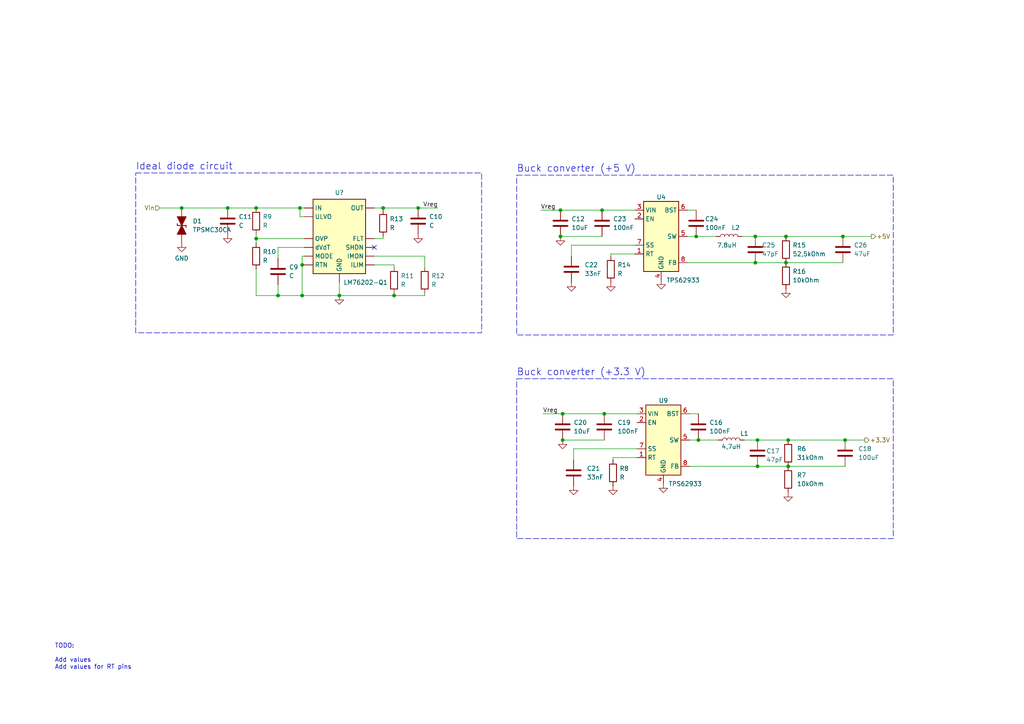
<source format=kicad_sch>
(kicad_sch (version 20230121) (generator eeschema)

  (uuid 6159aad4-3df8-4b77-bdff-c4df127c8492)

  (paper "A4")

  (lib_symbols
    (symbol "Device:C" (pin_numbers hide) (pin_names (offset 0.254)) (in_bom yes) (on_board yes)
      (property "Reference" "C" (at 0.635 2.54 0)
        (effects (font (size 1.27 1.27)) (justify left))
      )
      (property "Value" "C" (at 0.635 -2.54 0)
        (effects (font (size 1.27 1.27)) (justify left))
      )
      (property "Footprint" "" (at 0.9652 -3.81 0)
        (effects (font (size 1.27 1.27)) hide)
      )
      (property "Datasheet" "~" (at 0 0 0)
        (effects (font (size 1.27 1.27)) hide)
      )
      (property "ki_keywords" "cap capacitor" (at 0 0 0)
        (effects (font (size 1.27 1.27)) hide)
      )
      (property "ki_description" "Unpolarized capacitor" (at 0 0 0)
        (effects (font (size 1.27 1.27)) hide)
      )
      (property "ki_fp_filters" "C_*" (at 0 0 0)
        (effects (font (size 1.27 1.27)) hide)
      )
      (symbol "C_0_1"
        (polyline
          (pts
            (xy -2.032 -0.762)
            (xy 2.032 -0.762)
          )
          (stroke (width 0.508) (type default))
          (fill (type none))
        )
        (polyline
          (pts
            (xy -2.032 0.762)
            (xy 2.032 0.762)
          )
          (stroke (width 0.508) (type default))
          (fill (type none))
        )
      )
      (symbol "C_1_1"
        (pin passive line (at 0 3.81 270) (length 2.794)
          (name "~" (effects (font (size 1.27 1.27))))
          (number "1" (effects (font (size 1.27 1.27))))
        )
        (pin passive line (at 0 -3.81 90) (length 2.794)
          (name "~" (effects (font (size 1.27 1.27))))
          (number "2" (effects (font (size 1.27 1.27))))
        )
      )
    )
    (symbol "Device:L" (pin_numbers hide) (pin_names (offset 1.016) hide) (in_bom yes) (on_board yes)
      (property "Reference" "L" (at -1.27 0 90)
        (effects (font (size 1.27 1.27)))
      )
      (property "Value" "L" (at 1.905 0 90)
        (effects (font (size 1.27 1.27)))
      )
      (property "Footprint" "" (at 0 0 0)
        (effects (font (size 1.27 1.27)) hide)
      )
      (property "Datasheet" "~" (at 0 0 0)
        (effects (font (size 1.27 1.27)) hide)
      )
      (property "ki_keywords" "inductor choke coil reactor magnetic" (at 0 0 0)
        (effects (font (size 1.27 1.27)) hide)
      )
      (property "ki_description" "Inductor" (at 0 0 0)
        (effects (font (size 1.27 1.27)) hide)
      )
      (property "ki_fp_filters" "Choke_* *Coil* Inductor_* L_*" (at 0 0 0)
        (effects (font (size 1.27 1.27)) hide)
      )
      (symbol "L_0_1"
        (arc (start 0 -2.54) (mid 0.6323 -1.905) (end 0 -1.27)
          (stroke (width 0) (type default))
          (fill (type none))
        )
        (arc (start 0 -1.27) (mid 0.6323 -0.635) (end 0 0)
          (stroke (width 0) (type default))
          (fill (type none))
        )
        (arc (start 0 0) (mid 0.6323 0.635) (end 0 1.27)
          (stroke (width 0) (type default))
          (fill (type none))
        )
        (arc (start 0 1.27) (mid 0.6323 1.905) (end 0 2.54)
          (stroke (width 0) (type default))
          (fill (type none))
        )
      )
      (symbol "L_1_1"
        (pin passive line (at 0 3.81 270) (length 1.27)
          (name "1" (effects (font (size 1.27 1.27))))
          (number "1" (effects (font (size 1.27 1.27))))
        )
        (pin passive line (at 0 -3.81 90) (length 1.27)
          (name "2" (effects (font (size 1.27 1.27))))
          (number "2" (effects (font (size 1.27 1.27))))
        )
      )
    )
    (symbol "Device:R" (pin_numbers hide) (pin_names (offset 0)) (in_bom yes) (on_board yes)
      (property "Reference" "R" (at 2.032 0 90)
        (effects (font (size 1.27 1.27)))
      )
      (property "Value" "R" (at 0 0 90)
        (effects (font (size 1.27 1.27)))
      )
      (property "Footprint" "" (at -1.778 0 90)
        (effects (font (size 1.27 1.27)) hide)
      )
      (property "Datasheet" "~" (at 0 0 0)
        (effects (font (size 1.27 1.27)) hide)
      )
      (property "ki_keywords" "R res resistor" (at 0 0 0)
        (effects (font (size 1.27 1.27)) hide)
      )
      (property "ki_description" "Resistor" (at 0 0 0)
        (effects (font (size 1.27 1.27)) hide)
      )
      (property "ki_fp_filters" "R_*" (at 0 0 0)
        (effects (font (size 1.27 1.27)) hide)
      )
      (symbol "R_0_1"
        (rectangle (start -1.016 -2.54) (end 1.016 2.54)
          (stroke (width 0.254) (type default))
          (fill (type none))
        )
      )
      (symbol "R_1_1"
        (pin passive line (at 0 3.81 270) (length 1.27)
          (name "~" (effects (font (size 1.27 1.27))))
          (number "1" (effects (font (size 1.27 1.27))))
        )
        (pin passive line (at 0 -3.81 90) (length 1.27)
          (name "~" (effects (font (size 1.27 1.27))))
          (number "2" (effects (font (size 1.27 1.27))))
        )
      )
    )
    (symbol "Hydros:LM76202-Q1" (in_bom yes) (on_board yes)
      (property "Reference" "U" (at 0 1.905 0)
        (effects (font (size 1.27 1.27)))
      )
      (property "Value" "LM76202-Q1" (at 7.62 -24.13 0)
        (effects (font (size 1.27 1.27)))
      )
      (property "Footprint" "" (at 3.81 0 0)
        (effects (font (size 1.27 1.27)) hide)
      )
      (property "Datasheet" "" (at 3.81 0 0)
        (effects (font (size 1.27 1.27)) hide)
      )
      (symbol "LM76202-Q1_1_1"
        (rectangle (start -7.62 0) (end 7.62 -21.59)
          (stroke (width 0.254) (type solid))
          (fill (type background))
        )
        (pin output line (at 10.16 -11.43 180) (length 2.54)
          (name "FLT" (effects (font (size 1.27 1.27))))
          (number "" (effects (font (size 1.27 1.27))))
        )
        (pin output line (at 0 -24.13 90) (length 2.54)
          (name "GND" (effects (font (size 1.27 1.27))))
          (number "" (effects (font (size 1.27 1.27))))
        )
        (pin input line (at 10.16 -19.05 180) (length 2.54)
          (name "ILIM" (effects (font (size 1.27 1.27))))
          (number "" (effects (font (size 1.27 1.27))))
        )
        (pin output line (at 10.16 -16.51 180) (length 2.54)
          (name "IMON" (effects (font (size 1.27 1.27))))
          (number "" (effects (font (size 1.27 1.27))))
        )
        (pin power_in line (at -10.16 -2.54 0) (length 2.54)
          (name "IN" (effects (font (size 1.27 1.27))))
          (number "" (effects (font (size 1.27 1.27))))
        )
        (pin input line (at -10.16 -16.51 0) (length 2.54)
          (name "MODE" (effects (font (size 1.27 1.27))))
          (number "" (effects (font (size 1.27 1.27))))
        )
        (pin power_out line (at 10.16 -2.54 180) (length 2.54)
          (name "OUT" (effects (font (size 1.27 1.27))))
          (number "" (effects (font (size 1.27 1.27))))
        )
        (pin input line (at -10.16 -11.43 0) (length 2.54)
          (name "OVP" (effects (font (size 1.27 1.27))))
          (number "" (effects (font (size 1.27 1.27))))
        )
        (pin input line (at -10.16 -19.05 0) (length 2.54)
          (name "RTN" (effects (font (size 1.27 1.27))))
          (number "" (effects (font (size 1.27 1.27))))
        )
        (pin input line (at 10.16 -13.97 180) (length 2.54)
          (name "SHDN" (effects (font (size 1.27 1.27))))
          (number "" (effects (font (size 1.27 1.27))))
        )
        (pin input line (at -10.16 -5.08 0) (length 2.54)
          (name "ULVO" (effects (font (size 1.27 1.27))))
          (number "" (effects (font (size 1.27 1.27))))
        )
        (pin input line (at -10.16 -13.97 0) (length 2.54)
          (name "dVdT" (effects (font (size 1.27 1.27))))
          (number "" (effects (font (size 1.27 1.27))))
        )
      )
    )
    (symbol "PCM_Diode_TVS_AKL:TPSMC30CA" (pin_numbers hide) (pin_names (offset 1.016) hide) (in_bom yes) (on_board yes)
      (property "Reference" "D" (at 0 5.08 0)
        (effects (font (size 1.27 1.27)))
      )
      (property "Value" "TPSMC30CA" (at 0 2.54 0)
        (effects (font (size 1.27 1.27)))
      )
      (property "Footprint" "Diode_SMD_AKL:D_SMC_TVS" (at 0 0 0)
        (effects (font (size 1.27 1.27)) hide)
      )
      (property "Datasheet" "https://www.tme.eu/Document/fe696fca10a75ca6fef9faefe21b9450/TPSMC_ser.pdf" (at 0 0 0)
        (effects (font (size 1.27 1.27)) hide)
      )
      (property "ki_keywords" "diode TVS bidirectional TPSMC-CA" (at 0 0 0)
        (effects (font (size 1.27 1.27)) hide)
      )
      (property "ki_description" "SMC Bidirectional TVS Diode, 30V, 1500W, Alternate KiCAD Library" (at 0 0 0)
        (effects (font (size 1.27 1.27)) hide)
      )
      (property "ki_fp_filters" "TO-???* *_Diode_* *SingleDiode* D_*" (at 0 0 0)
        (effects (font (size 1.27 1.27)) hide)
      )
      (symbol "TPSMC30CA_0_1"
        (polyline
          (pts
            (xy 0 -1.27)
            (xy -0.508 -1.27)
          )
          (stroke (width 0.254) (type default))
          (fill (type none))
        )
        (polyline
          (pts
            (xy 0 1.27)
            (xy 0 -1.27)
          )
          (stroke (width 0.254) (type default))
          (fill (type none))
        )
        (polyline
          (pts
            (xy 0 1.27)
            (xy 0.508 1.27)
          )
          (stroke (width 0.254) (type default))
          (fill (type none))
        )
        (polyline
          (pts
            (xy 1.27 0)
            (xy -1.27 0)
          )
          (stroke (width 0) (type default))
          (fill (type none))
        )
        (polyline
          (pts
            (xy 0 0)
            (xy -2.54 1.27)
            (xy -2.54 -1.27)
            (xy 0 0)
          )
          (stroke (width 0.254) (type default))
          (fill (type outline))
        )
        (polyline
          (pts
            (xy 2.54 1.27)
            (xy 2.54 -1.27)
            (xy 0 0)
            (xy 2.54 1.27)
          )
          (stroke (width 0.254) (type default))
          (fill (type outline))
        )
      )
      (symbol "TPSMC30CA_1_1"
        (pin passive line (at -5.08 0 0) (length 2.54)
          (name "K" (effects (font (size 1.27 1.27))))
          (number "1" (effects (font (size 1.27 1.27))))
        )
        (pin passive line (at 5.08 0 180) (length 2.54)
          (name "A" (effects (font (size 1.27 1.27))))
          (number "2" (effects (font (size 1.27 1.27))))
        )
      )
    )
    (symbol "Regulator_Switching:TPS62933" (in_bom yes) (on_board yes)
      (property "Reference" "U" (at 0 13.97 0)
        (effects (font (size 1.27 1.27)))
      )
      (property "Value" "TPS62933" (at 0 11.43 0)
        (effects (font (size 1.27 1.27)))
      )
      (property "Footprint" "Package_TO_SOT_SMD:SOT-583-8" (at 0 -25.4 0)
        (effects (font (size 1.27 1.27)) hide)
      )
      (property "Datasheet" "https://www.ti.com/lit/ds/symlink/tps62933.pdf" (at 0 -22.86 0)
        (effects (font (size 1.27 1.27)) hide)
      )
      (property "ki_keywords" "synchronous buck converter " (at 0 0 0)
        (effects (font (size 1.27 1.27)) hide)
      )
      (property "ki_description" "3.8-V to 30-V, 2-A, 3-A Synchronous Buck Converters, SOT583-8" (at 0 0 0)
        (effects (font (size 1.27 1.27)) hide)
      )
      (property "ki_fp_filters" "SOT?583*" (at 0 0 0)
        (effects (font (size 1.27 1.27)) hide)
      )
      (symbol "TPS62933_0_1"
        (rectangle (start -5.08 10.16) (end 5.08 -10.16)
          (stroke (width 0.254) (type default))
          (fill (type background))
        )
      )
      (symbol "TPS62933_1_1"
        (pin passive line (at -7.62 -5.08 0) (length 2.54)
          (name "RT" (effects (font (size 1.27 1.27))))
          (number "1" (effects (font (size 1.27 1.27))))
        )
        (pin input line (at -7.62 5.08 0) (length 2.54)
          (name "EN" (effects (font (size 1.27 1.27))))
          (number "2" (effects (font (size 1.27 1.27))))
        )
        (pin power_in line (at -7.62 7.62 0) (length 2.54)
          (name "VIN" (effects (font (size 1.27 1.27))))
          (number "3" (effects (font (size 1.27 1.27))))
        )
        (pin power_in line (at 0 -12.7 90) (length 2.54)
          (name "GND" (effects (font (size 1.27 1.27))))
          (number "4" (effects (font (size 1.27 1.27))))
        )
        (pin output line (at 7.62 0 180) (length 2.54)
          (name "SW" (effects (font (size 1.27 1.27))))
          (number "5" (effects (font (size 1.27 1.27))))
        )
        (pin passive line (at 7.62 7.62 180) (length 2.54)
          (name "BST" (effects (font (size 1.27 1.27))))
          (number "6" (effects (font (size 1.27 1.27))))
        )
        (pin passive line (at -7.62 -2.54 0) (length 2.54)
          (name "SS" (effects (font (size 1.27 1.27))))
          (number "7" (effects (font (size 1.27 1.27))))
        )
        (pin input line (at 7.62 -7.62 180) (length 2.54)
          (name "FB" (effects (font (size 1.27 1.27))))
          (number "8" (effects (font (size 1.27 1.27))))
        )
      )
    )
    (symbol "power:GND" (power) (pin_names (offset 0)) (in_bom yes) (on_board yes)
      (property "Reference" "#PWR" (at 0 -6.35 0)
        (effects (font (size 1.27 1.27)) hide)
      )
      (property "Value" "GND" (at 0 -3.81 0)
        (effects (font (size 1.27 1.27)))
      )
      (property "Footprint" "" (at 0 0 0)
        (effects (font (size 1.27 1.27)) hide)
      )
      (property "Datasheet" "" (at 0 0 0)
        (effects (font (size 1.27 1.27)) hide)
      )
      (property "ki_keywords" "global power" (at 0 0 0)
        (effects (font (size 1.27 1.27)) hide)
      )
      (property "ki_description" "Power symbol creates a global label with name \"GND\" , ground" (at 0 0 0)
        (effects (font (size 1.27 1.27)) hide)
      )
      (symbol "GND_0_1"
        (polyline
          (pts
            (xy 0 0)
            (xy 0 -1.27)
            (xy 1.27 -1.27)
            (xy 0 -2.54)
            (xy -1.27 -1.27)
            (xy 0 -1.27)
          )
          (stroke (width 0) (type default))
          (fill (type none))
        )
      )
      (symbol "GND_1_1"
        (pin power_in line (at 0 0 270) (length 0) hide
          (name "GND" (effects (font (size 1.27 1.27))))
          (number "1" (effects (font (size 1.27 1.27))))
        )
      )
    )
  )

  (junction (at 227.965 76.2) (diameter 0) (color 0 0 0 0)
    (uuid 041afaff-8c72-4a01-9635-f172ac7adc92)
  )
  (junction (at 227.965 68.58) (diameter 0) (color 0 0 0 0)
    (uuid 19e0c2c9-77f7-40c9-8f49-d77fc07db50d)
  )
  (junction (at 111.125 60.325) (diameter 0) (color 0 0 0 0)
    (uuid 206c6d07-ebb9-40f7-bb09-2ec9a2f3be8e)
  )
  (junction (at 80.645 85.725) (diameter 0) (color 0 0 0 0)
    (uuid 28d91ac4-15a0-46b1-bd41-b9feac510394)
  )
  (junction (at 163.195 127.635) (diameter 0) (color 0 0 0 0)
    (uuid 2929a86f-04b2-4982-800e-6292764340ac)
  )
  (junction (at 86.995 60.325) (diameter 0) (color 0 0 0 0)
    (uuid 29513e98-6cf5-491b-b7ae-691f810d2920)
  )
  (junction (at 87.63 85.725) (diameter 0) (color 0 0 0 0)
    (uuid 2c8eaa7d-4fd9-46e0-b1fe-5804d136de57)
  )
  (junction (at 219.71 127.635) (diameter 0) (color 0 0 0 0)
    (uuid 33d28e43-9c76-4609-b0ce-d89181ac40a2)
  )
  (junction (at 219.075 68.58) (diameter 0) (color 0 0 0 0)
    (uuid 431cd9f4-9c9f-459a-9c92-e31984dc44cc)
  )
  (junction (at 228.6 127.635) (diameter 0) (color 0 0 0 0)
    (uuid 46d32e18-a40d-45b7-bc9c-01c3f1af8e57)
  )
  (junction (at 174.625 60.96) (diameter 0) (color 0 0 0 0)
    (uuid 56e160d2-53d4-48b0-b684-529873ac9074)
  )
  (junction (at 52.705 60.325) (diameter 0) (color 0 0 0 0)
    (uuid 59b01c6a-88b1-4872-a423-e5d7d35acc06)
  )
  (junction (at 163.195 120.015) (diameter 0) (color 0 0 0 0)
    (uuid 63de5be9-ecba-4506-8c14-33e9a10e3d4a)
  )
  (junction (at 74.295 69.215) (diameter 0) (color 0 0 0 0)
    (uuid 6e330748-fee7-471a-84f9-60af111b34e1)
  )
  (junction (at 219.71 135.255) (diameter 0) (color 0 0 0 0)
    (uuid 7ffd3f08-e436-4ae9-a403-abaf354529b5)
  )
  (junction (at 66.04 60.325) (diameter 0) (color 0 0 0 0)
    (uuid 80e82ed1-1e6a-4d86-a9fa-1023e031a24e)
  )
  (junction (at 114.3 85.725) (diameter 0) (color 0 0 0 0)
    (uuid 8a76131e-2e84-479a-8df0-72b9d6c5cd54)
  )
  (junction (at 98.425 85.725) (diameter 0) (color 0 0 0 0)
    (uuid 9f99c66b-e14b-4cf9-9d93-d4bd623f49ec)
  )
  (junction (at 121.285 60.325) (diameter 0) (color 0 0 0 0)
    (uuid a15954ab-660e-42d6-8c70-4419aef17e1e)
  )
  (junction (at 74.295 60.325) (diameter 0) (color 0 0 0 0)
    (uuid a4299a02-4d80-4ed9-a5ac-30303eabd42c)
  )
  (junction (at 228.6 135.255) (diameter 0) (color 0 0 0 0)
    (uuid b1302661-25fe-4d5a-aca0-67be1c8666e2)
  )
  (junction (at 244.475 68.58) (diameter 0) (color 0 0 0 0)
    (uuid b8673f2d-48dc-4435-ba4e-1ea7caec8089)
  )
  (junction (at 87.63 76.835) (diameter 0) (color 0 0 0 0)
    (uuid bafc20f0-e515-4460-a6d7-13ed487aa511)
  )
  (junction (at 162.56 60.96) (diameter 0) (color 0 0 0 0)
    (uuid bd39d940-bf58-4e60-a6b5-50ad0ef97c2a)
  )
  (junction (at 202.565 127.635) (diameter 0) (color 0 0 0 0)
    (uuid d66543a7-638c-4053-a9e6-b24aa98f732f)
  )
  (junction (at 162.56 68.58) (diameter 0) (color 0 0 0 0)
    (uuid db8dffda-af4e-450f-ad71-fdd6449fa38c)
  )
  (junction (at 245.11 127.635) (diameter 0) (color 0 0 0 0)
    (uuid dfd901ac-4254-4da9-bf88-70a313eb7830)
  )
  (junction (at 219.075 76.2) (diameter 0) (color 0 0 0 0)
    (uuid e227dbdf-f90a-4e3c-bad4-b177d4961835)
  )
  (junction (at 201.93 68.58) (diameter 0) (color 0 0 0 0)
    (uuid eac9bfbf-c60b-480a-b029-879c836d1b19)
  )
  (junction (at 175.26 120.015) (diameter 0) (color 0 0 0 0)
    (uuid edb39e6f-ecbb-472c-841d-9b94cd5dbb4f)
  )

  (no_connect (at 108.585 71.755) (uuid 6de70628-a1db-48c4-8cd4-e57e0df1cf67))

  (wire (pts (xy 114.3 85.725) (xy 123.19 85.725))
    (stroke (width 0) (type default))
    (uuid 0083a01b-b56f-4d5c-bc9b-0f685efc42c2)
  )
  (wire (pts (xy 200.025 135.255) (xy 219.71 135.255))
    (stroke (width 0) (type default))
    (uuid 011e81b0-62be-4bcf-b36d-2f81395917ba)
  )
  (wire (pts (xy 228.6 127.635) (xy 245.11 127.635))
    (stroke (width 0) (type default))
    (uuid 01a3c66b-7ba4-47b8-a359-1811978320f2)
  )
  (wire (pts (xy 46.355 60.325) (xy 52.705 60.325))
    (stroke (width 0) (type default))
    (uuid 041652f5-db51-41c2-944c-4104d7ddca91)
  )
  (wire (pts (xy 121.285 60.325) (xy 127 60.325))
    (stroke (width 0) (type default))
    (uuid 048d3a53-1c5c-47ee-9b66-4c1e81dfb740)
  )
  (wire (pts (xy 174.625 60.96) (xy 184.15 60.96))
    (stroke (width 0) (type default))
    (uuid 06558ae5-de78-4084-86d9-151d267ee8a6)
  )
  (wire (pts (xy 108.585 60.325) (xy 111.125 60.325))
    (stroke (width 0) (type default))
    (uuid 093287f9-a257-4eb4-aab6-9b47e6698eb7)
  )
  (wire (pts (xy 86.995 60.325) (xy 88.265 60.325))
    (stroke (width 0) (type default))
    (uuid 09886a1f-bbf3-4de8-9692-e05672232491)
  )
  (wire (pts (xy 228.6 135.255) (xy 245.11 135.255))
    (stroke (width 0) (type default))
    (uuid 0b7bd333-2ab0-49be-ac8d-c6ce691140e3)
  )
  (wire (pts (xy 108.585 76.835) (xy 114.3 76.835))
    (stroke (width 0) (type default))
    (uuid 0d32bb59-525f-4a2f-8d2a-21a2ee758bca)
  )
  (wire (pts (xy 114.3 85.725) (xy 98.425 85.725))
    (stroke (width 0) (type default))
    (uuid 1b376069-c26d-47f5-8396-78f3ed744ac5)
  )
  (wire (pts (xy 215.9 127.635) (xy 219.71 127.635))
    (stroke (width 0) (type default))
    (uuid 1dfd4da3-5d43-4a55-80cd-63d5e8aadf0b)
  )
  (wire (pts (xy 74.295 69.215) (xy 88.265 69.215))
    (stroke (width 0) (type default))
    (uuid 22de0877-c164-4cf8-b5ae-b03880f57106)
  )
  (wire (pts (xy 219.71 127.635) (xy 228.6 127.635))
    (stroke (width 0) (type default))
    (uuid 24174daf-74fc-4a82-a28d-7cd48f837929)
  )
  (wire (pts (xy 166.37 133.35) (xy 166.37 130.175))
    (stroke (width 0) (type default))
    (uuid 29154e52-31aa-451e-bd71-3b0b2c0da013)
  )
  (wire (pts (xy 215.265 68.58) (xy 219.075 68.58))
    (stroke (width 0) (type default))
    (uuid 2923c77a-e6e3-458b-82d0-ab63c3d13bfa)
  )
  (wire (pts (xy 184.15 73.66) (xy 177.165 73.66))
    (stroke (width 0) (type default))
    (uuid 32a7486f-1153-4a98-9a03-5251389cacae)
  )
  (wire (pts (xy 163.195 127.635) (xy 175.26 127.635))
    (stroke (width 0) (type default))
    (uuid 36104e7b-c5eb-44ea-9476-21a89a08ca94)
  )
  (wire (pts (xy 114.3 85.725) (xy 114.3 85.09))
    (stroke (width 0) (type default))
    (uuid 3bc460f5-04e6-43f5-af2a-3c2d4f0fade4)
  )
  (wire (pts (xy 219.075 68.58) (xy 227.965 68.58))
    (stroke (width 0) (type default))
    (uuid 40453a88-f891-4f0b-99bd-7802c52f6570)
  )
  (wire (pts (xy 80.645 85.725) (xy 74.295 85.725))
    (stroke (width 0) (type default))
    (uuid 42116167-5f55-4c8d-adbb-f365ea90b9fc)
  )
  (wire (pts (xy 163.195 120.015) (xy 175.26 120.015))
    (stroke (width 0) (type default))
    (uuid 449958f6-d08e-4832-8b02-5f59e3c103ce)
  )
  (wire (pts (xy 200.025 120.015) (xy 202.565 120.015))
    (stroke (width 0) (type default))
    (uuid 470cafcd-b81d-4399-acc1-16d21fec7ba5)
  )
  (wire (pts (xy 175.26 120.015) (xy 184.785 120.015))
    (stroke (width 0) (type default))
    (uuid 47310ce3-14dd-4a32-bd4f-de7b9856d528)
  )
  (wire (pts (xy 199.39 68.58) (xy 201.93 68.58))
    (stroke (width 0) (type default))
    (uuid 487ef4f1-134f-495f-898e-38d6ef85ed23)
  )
  (wire (pts (xy 165.735 71.12) (xy 184.15 71.12))
    (stroke (width 0) (type default))
    (uuid 4fe232c3-b9ec-421f-9625-b30e32aa3c70)
  )
  (wire (pts (xy 200.025 127.635) (xy 202.565 127.635))
    (stroke (width 0) (type default))
    (uuid 50235a13-9fd8-4d73-9515-e3de491f4213)
  )
  (wire (pts (xy 88.265 71.755) (xy 80.645 71.755))
    (stroke (width 0) (type default))
    (uuid 510d0e53-8be0-4a99-a53a-3e8b908bf5d0)
  )
  (wire (pts (xy 227.965 68.58) (xy 244.475 68.58))
    (stroke (width 0) (type default))
    (uuid 539cdee0-3052-4dc7-a475-7654ed75dd0d)
  )
  (wire (pts (xy 88.265 62.865) (xy 86.995 62.865))
    (stroke (width 0) (type default))
    (uuid 55583821-8f9a-45f2-ba60-a675a9c111b5)
  )
  (wire (pts (xy 177.8 132.715) (xy 177.8 133.35))
    (stroke (width 0) (type default))
    (uuid 5c4d5d1e-d31b-4071-88a0-03b5ca8840e2)
  )
  (wire (pts (xy 156.845 60.96) (xy 162.56 60.96))
    (stroke (width 0) (type default))
    (uuid 5f023eaa-f1e1-4752-a392-4ffcfb8d31f3)
  )
  (wire (pts (xy 74.295 60.325) (xy 86.995 60.325))
    (stroke (width 0) (type default))
    (uuid 61fe27a3-b016-48ce-aaa7-2a497e9941b6)
  )
  (wire (pts (xy 201.93 68.58) (xy 207.645 68.58))
    (stroke (width 0) (type default))
    (uuid 6e430ac0-ce66-417a-8c87-dc709d870ae1)
  )
  (wire (pts (xy 111.125 60.325) (xy 111.125 60.96))
    (stroke (width 0) (type default))
    (uuid 6e85ea41-f305-40d1-b6b8-026908f7a94e)
  )
  (wire (pts (xy 157.48 120.015) (xy 163.195 120.015))
    (stroke (width 0) (type default))
    (uuid 752ac558-3c89-44b1-b60b-0a7c5662d5ac)
  )
  (wire (pts (xy 98.425 81.915) (xy 98.425 85.725))
    (stroke (width 0) (type default))
    (uuid 7720b2cf-0274-4ef4-897a-9ffc4703d493)
  )
  (wire (pts (xy 108.585 69.215) (xy 111.125 69.215))
    (stroke (width 0) (type default))
    (uuid 84e680c0-a0ce-442a-ae7e-c506c43a493a)
  )
  (wire (pts (xy 199.39 76.2) (xy 219.075 76.2))
    (stroke (width 0) (type default))
    (uuid 86612c50-3d80-4618-a018-946e3dd08d61)
  )
  (wire (pts (xy 123.19 85.725) (xy 123.19 85.09))
    (stroke (width 0) (type default))
    (uuid 86f4f957-fcd2-4ca2-9e41-c8562bd8c8ca)
  )
  (wire (pts (xy 80.645 85.725) (xy 87.63 85.725))
    (stroke (width 0) (type default))
    (uuid 8839e953-e632-4652-a136-77c995cba592)
  )
  (wire (pts (xy 219.71 135.255) (xy 228.6 135.255))
    (stroke (width 0) (type default))
    (uuid 8990f4f6-0c53-4180-b200-9e7b1e61146a)
  )
  (wire (pts (xy 66.04 60.325) (xy 74.295 60.325))
    (stroke (width 0) (type default))
    (uuid 8de908b9-d9b5-4f29-a520-9b8820a2d396)
  )
  (wire (pts (xy 87.63 76.835) (xy 87.63 85.725))
    (stroke (width 0) (type default))
    (uuid 8e2060e0-0965-4041-adda-82c3c17d2622)
  )
  (wire (pts (xy 227.965 76.2) (xy 244.475 76.2))
    (stroke (width 0) (type default))
    (uuid 8e8b0e2f-6edb-403f-8a23-ea3771833adc)
  )
  (wire (pts (xy 74.295 69.215) (xy 74.295 70.485))
    (stroke (width 0) (type default))
    (uuid 919ffcae-4e13-4366-81c7-97910f673ed4)
  )
  (wire (pts (xy 98.425 85.725) (xy 87.63 85.725))
    (stroke (width 0) (type default))
    (uuid 98df1d42-7e7f-4d72-a4da-e9802f172aec)
  )
  (wire (pts (xy 166.37 130.175) (xy 184.785 130.175))
    (stroke (width 0) (type default))
    (uuid a1cedc5f-8410-4365-bbbc-b767c5cefaf6)
  )
  (wire (pts (xy 245.11 127.635) (xy 250.825 127.635))
    (stroke (width 0) (type default))
    (uuid a956578f-e251-4e4a-aa35-c9f3cf467599)
  )
  (wire (pts (xy 111.125 60.325) (xy 121.285 60.325))
    (stroke (width 0) (type default))
    (uuid a964e9b5-2f85-4835-b15a-14b863ded359)
  )
  (wire (pts (xy 202.565 127.635) (xy 208.28 127.635))
    (stroke (width 0) (type default))
    (uuid aeeac2fb-29df-44dd-a936-04ff44625537)
  )
  (wire (pts (xy 80.645 71.755) (xy 80.645 74.93))
    (stroke (width 0) (type default))
    (uuid b0bcee9d-70e1-435a-8d58-e7cc6be55680)
  )
  (wire (pts (xy 74.295 85.725) (xy 74.295 78.105))
    (stroke (width 0) (type default))
    (uuid b485e4b0-0936-433c-94f5-d011f80d6cb6)
  )
  (wire (pts (xy 177.165 73.66) (xy 177.165 74.295))
    (stroke (width 0) (type default))
    (uuid b97bd9cf-b475-4ebb-8b32-f55b2d6a7ff0)
  )
  (wire (pts (xy 87.63 74.295) (xy 87.63 76.835))
    (stroke (width 0) (type default))
    (uuid c124a4fd-f7d1-4263-ac45-40f0ae6b01ee)
  )
  (wire (pts (xy 123.19 74.295) (xy 108.585 74.295))
    (stroke (width 0) (type default))
    (uuid c222e2b8-af44-41a4-96db-2fe52206c5a1)
  )
  (wire (pts (xy 80.645 82.55) (xy 80.645 85.725))
    (stroke (width 0) (type default))
    (uuid cba9a3be-b004-4340-9d79-90a874d9a08e)
  )
  (wire (pts (xy 52.705 60.325) (xy 66.04 60.325))
    (stroke (width 0) (type default))
    (uuid cbbd3337-ba9b-4e0b-a9e6-324342986453)
  )
  (wire (pts (xy 86.995 62.865) (xy 86.995 60.325))
    (stroke (width 0) (type default))
    (uuid ccb10ad3-7d67-404b-9b15-197d0f57a955)
  )
  (wire (pts (xy 114.3 76.835) (xy 114.3 77.47))
    (stroke (width 0) (type default))
    (uuid d14adbfd-d02a-434b-9ec7-f62c7f41d8d0)
  )
  (wire (pts (xy 165.735 74.295) (xy 165.735 71.12))
    (stroke (width 0) (type default))
    (uuid d1c96ebd-f1a8-4db6-b533-725365bd7efd)
  )
  (wire (pts (xy 74.295 67.945) (xy 74.295 69.215))
    (stroke (width 0) (type default))
    (uuid d8847a1b-e162-42a8-86c8-35daaee84105)
  )
  (wire (pts (xy 111.125 68.58) (xy 111.125 69.215))
    (stroke (width 0) (type default))
    (uuid da5809c5-bc3e-46dc-bccc-338a2da0adaf)
  )
  (wire (pts (xy 184.785 132.715) (xy 177.8 132.715))
    (stroke (width 0) (type default))
    (uuid e88648be-5197-4ea2-b577-cae9edfe26a8)
  )
  (wire (pts (xy 123.19 77.47) (xy 123.19 74.295))
    (stroke (width 0) (type default))
    (uuid edc86c02-9b7f-4182-a55d-d9ac919bd4f5)
  )
  (wire (pts (xy 244.475 68.58) (xy 252.73 68.58))
    (stroke (width 0) (type default))
    (uuid f2ca361d-cf6e-48ed-9abf-aced733d591b)
  )
  (wire (pts (xy 162.56 60.96) (xy 174.625 60.96))
    (stroke (width 0) (type default))
    (uuid f418deda-2950-46c9-8ef8-9a85074a22f6)
  )
  (wire (pts (xy 162.56 68.58) (xy 174.625 68.58))
    (stroke (width 0) (type default))
    (uuid f6cfb1e7-d17e-4371-8c0f-2232b23e057c)
  )
  (wire (pts (xy 219.075 76.2) (xy 227.965 76.2))
    (stroke (width 0) (type default))
    (uuid f7bc21af-e2a9-49c7-a4a4-efa9327c3dea)
  )
  (wire (pts (xy 199.39 60.96) (xy 201.93 60.96))
    (stroke (width 0) (type default))
    (uuid fa361ebf-e0ef-4a75-b676-9561bd5af663)
  )
  (wire (pts (xy 87.63 76.835) (xy 88.265 76.835))
    (stroke (width 0) (type default))
    (uuid fc65b588-a84a-4453-b6f1-00bd9d78f52f)
  )
  (wire (pts (xy 88.265 74.295) (xy 87.63 74.295))
    (stroke (width 0) (type default))
    (uuid fe35d03e-8c4f-4ca0-b5dc-98a47806ffef)
  )

  (rectangle (start 149.86 109.855) (end 259.08 156.21)
    (stroke (width 0) (type dash))
    (fill (type none))
    (uuid 05489bd3-8235-4bba-ab41-69f02334a6cf)
  )
  (rectangle (start 39.37 50.165) (end 139.7 96.52)
    (stroke (width 0) (type dash))
    (fill (type none))
    (uuid 60e423ad-54f3-437a-97c1-555aea526942)
  )
  (rectangle (start 149.86 50.8) (end 259.08 97.155)
    (stroke (width 0) (type dash))
    (fill (type none))
    (uuid 9590f95f-e5eb-44a7-993b-9508121aebd6)
  )

  (text "Buck converter (+5 V)" (at 149.86 50.165 0)
    (effects (font (size 2 2)) (justify left bottom))
    (uuid 82fbeb38-e934-4be1-81ae-6d62085431a2)
  )
  (text "Ideal diode circuit\n" (at 39.37 49.53 0)
    (effects (font (size 2 2)) (justify left bottom))
    (uuid 928d76ce-6d3f-407e-889b-f395b4946cbf)
  )
  (text "Buck converter (+3.3 V)" (at 149.86 109.22 0)
    (effects (font (size 2 2)) (justify left bottom))
    (uuid a2166f2d-6b89-453f-b2e1-0f1c60e9a787)
  )
  (text "TODO:\n\nAdd values \nAdd values for RT pins" (at 15.875 194.31 0)
    (effects (font (size 1.27 1.27)) (justify left bottom))
    (uuid d77cfe2e-8532-4d41-bde0-5df942f655ce)
  )

  (label "Vreg" (at 156.845 60.96 0) (fields_autoplaced)
    (effects (font (size 1.27 1.27)) (justify left bottom))
    (uuid 5d094cfb-1387-40b1-9388-f9c5a72d352b)
  )
  (label "Vreg" (at 157.48 120.015 0) (fields_autoplaced)
    (effects (font (size 1.27 1.27)) (justify left bottom))
    (uuid aaed1158-b75a-4f3f-82ae-8513977e2151)
  )
  (label "Vreg" (at 127 60.325 180) (fields_autoplaced)
    (effects (font (size 1.27 1.27)) (justify right bottom))
    (uuid b18835f0-d4c3-42db-a464-aef1a752e40c)
  )

  (hierarchical_label "+3.3V" (shape output) (at 250.825 127.635 0) (fields_autoplaced)
    (effects (font (size 1.27 1.27)) (justify left))
    (uuid 871faf09-1049-4314-aa50-ea0b491e5b8e)
  )
  (hierarchical_label "Vin" (shape input) (at 46.355 60.325 180) (fields_autoplaced)
    (effects (font (size 1.27 1.27)) (justify right))
    (uuid ceaa6c3e-ab76-431a-94e1-7a0138ed1289)
  )
  (hierarchical_label "+5V" (shape output) (at 252.73 68.58 0) (fields_autoplaced)
    (effects (font (size 1.27 1.27)) (justify left))
    (uuid d6d5423a-43b7-44f9-9f78-b5e6b9943ee1)
  )

  (symbol (lib_id "Device:C") (at 202.565 123.825 0) (unit 1)
    (in_bom yes) (on_board yes) (dnp no) (fields_autoplaced)
    (uuid 020dce6a-9867-4047-bb57-f3cd38a4d6d6)
    (property "Reference" "C16" (at 205.74 122.555 0)
      (effects (font (size 1.27 1.27)) (justify left))
    )
    (property "Value" "100nF" (at 205.74 125.095 0)
      (effects (font (size 1.27 1.27)) (justify left))
    )
    (property "Footprint" "" (at 203.5302 127.635 0)
      (effects (font (size 1.27 1.27)) hide)
    )
    (property "Datasheet" "~" (at 202.565 123.825 0)
      (effects (font (size 1.27 1.27)) hide)
    )
    (pin "1" (uuid 1713f274-c518-496f-8337-dae75c929662))
    (pin "2" (uuid 49f41edd-51e8-429d-80c3-fe7031b37407))
    (instances
      (project "schematic-main"
        (path "/c9ad7189-d3b2-414a-9743-efd8e57cd755/ed70203f-44bf-4bdc-8b45-a710eb8fc309"
          (reference "C16") (unit 1)
        )
      )
    )
  )

  (symbol (lib_id "power:GND") (at 191.77 81.28 0) (unit 1)
    (in_bom yes) (on_board yes) (dnp no) (fields_autoplaced)
    (uuid 04089274-92de-4853-88a3-16dd0a15c771)
    (property "Reference" "#PWR039" (at 191.77 87.63 0)
      (effects (font (size 1.27 1.27)) hide)
    )
    (property "Value" "GND" (at 191.77 86.36 0)
      (effects (font (size 1.27 1.27)) hide)
    )
    (property "Footprint" "" (at 191.77 81.28 0)
      (effects (font (size 1.27 1.27)) hide)
    )
    (property "Datasheet" "" (at 191.77 81.28 0)
      (effects (font (size 1.27 1.27)) hide)
    )
    (pin "1" (uuid b58ed54d-0c24-496d-b24c-7b55adf2d794))
    (instances
      (project "schematic-main"
        (path "/c9ad7189-d3b2-414a-9743-efd8e57cd755/ed70203f-44bf-4bdc-8b45-a710eb8fc309"
          (reference "#PWR039") (unit 1)
        )
      )
    )
  )

  (symbol (lib_id "Device:C") (at 165.735 78.105 0) (unit 1)
    (in_bom yes) (on_board yes) (dnp no)
    (uuid 0714243a-634f-42c8-bbcc-70fd65bb7ee1)
    (property "Reference" "C22" (at 169.545 76.8349 0)
      (effects (font (size 1.27 1.27)) (justify left))
    )
    (property "Value" "33nF" (at 169.545 79.3749 0)
      (effects (font (size 1.27 1.27)) (justify left))
    )
    (property "Footprint" "" (at 166.7002 81.915 0)
      (effects (font (size 1.27 1.27)) hide)
    )
    (property "Datasheet" "~" (at 165.735 78.105 0)
      (effects (font (size 1.27 1.27)) hide)
    )
    (pin "1" (uuid 26e1e653-0907-4269-8539-87e28de2f0ed))
    (pin "2" (uuid a3fa880d-8b23-4e32-9135-33e0da85f87a))
    (instances
      (project "schematic-main"
        (path "/c9ad7189-d3b2-414a-9743-efd8e57cd755/ed70203f-44bf-4bdc-8b45-a710eb8fc309"
          (reference "C22") (unit 1)
        )
      )
    )
  )

  (symbol (lib_id "Device:C") (at 66.04 64.135 0) (unit 1)
    (in_bom yes) (on_board yes) (dnp no) (fields_autoplaced)
    (uuid 09dcc379-640e-4882-abc4-1765a5c92ed7)
    (property "Reference" "C11" (at 69.215 62.8649 0)
      (effects (font (size 1.27 1.27)) (justify left))
    )
    (property "Value" "C" (at 69.215 65.4049 0)
      (effects (font (size 1.27 1.27)) (justify left))
    )
    (property "Footprint" "" (at 67.0052 67.945 0)
      (effects (font (size 1.27 1.27)) hide)
    )
    (property "Datasheet" "~" (at 66.04 64.135 0)
      (effects (font (size 1.27 1.27)) hide)
    )
    (pin "1" (uuid bb698bc7-8780-4ac7-a102-d4c917a60a30))
    (pin "2" (uuid 04dc9dd3-89f9-4f4b-b5a6-043c4f17028e))
    (instances
      (project "schematic-main"
        (path "/c9ad7189-d3b2-414a-9743-efd8e57cd755/ed70203f-44bf-4bdc-8b45-a710eb8fc309"
          (reference "C11") (unit 1)
        )
      )
    )
  )

  (symbol (lib_id "power:GND") (at 66.04 67.945 0) (unit 1)
    (in_bom yes) (on_board yes) (dnp no)
    (uuid 0e5b1303-8c74-49ab-8557-e3d560d6271a)
    (property "Reference" "#PWR019" (at 66.04 74.295 0)
      (effects (font (size 1.27 1.27)) hide)
    )
    (property "Value" "GND" (at 66.04 73.025 0)
      (effects (font (size 1.27 1.27)) hide)
    )
    (property "Footprint" "" (at 66.04 67.945 0)
      (effects (font (size 1.27 1.27)) hide)
    )
    (property "Datasheet" "" (at 66.04 67.945 0)
      (effects (font (size 1.27 1.27)) hide)
    )
    (pin "1" (uuid fe7356ac-bdde-4994-85cd-b8f82fc267df))
    (instances
      (project "schematic-main"
        (path "/c9ad7189-d3b2-414a-9743-efd8e57cd755/ed70203f-44bf-4bdc-8b45-a710eb8fc309"
          (reference "#PWR019") (unit 1)
        )
      )
    )
  )

  (symbol (lib_id "Hydros:LM76202-Q1") (at 98.425 57.785 0) (unit 1)
    (in_bom yes) (on_board yes) (dnp no)
    (uuid 1577413f-c8f9-4667-b5e9-2f100d1af86f)
    (property "Reference" "U?" (at 98.425 55.88 0)
      (effects (font (size 1.27 1.27)))
    )
    (property "Value" "LM76202-Q1" (at 106.045 81.915 0)
      (effects (font (size 1.27 1.27)))
    )
    (property "Footprint" "" (at 102.235 57.785 0)
      (effects (font (size 1.27 1.27)) hide)
    )
    (property "Datasheet" "" (at 102.235 57.785 0)
      (effects (font (size 1.27 1.27)) hide)
    )
    (pin "" (uuid 9ea00f70-62fb-42c7-9974-7cf97e3f863d))
    (pin "" (uuid 9ea00f70-62fb-42c7-9974-7cf97e3f863d))
    (pin "" (uuid 9ea00f70-62fb-42c7-9974-7cf97e3f863d))
    (pin "" (uuid 9ea00f70-62fb-42c7-9974-7cf97e3f863d))
    (pin "" (uuid 9ea00f70-62fb-42c7-9974-7cf97e3f863d))
    (pin "" (uuid 9ea00f70-62fb-42c7-9974-7cf97e3f863d))
    (pin "" (uuid 9ea00f70-62fb-42c7-9974-7cf97e3f863d))
    (pin "" (uuid 9ea00f70-62fb-42c7-9974-7cf97e3f863d))
    (pin "" (uuid 9ea00f70-62fb-42c7-9974-7cf97e3f863d))
    (pin "" (uuid 9ea00f70-62fb-42c7-9974-7cf97e3f863d))
    (pin "" (uuid 9ea00f70-62fb-42c7-9974-7cf97e3f863d))
    (pin "" (uuid 9ea00f70-62fb-42c7-9974-7cf97e3f863d))
    (instances
      (project "schematic-main"
        (path "/c9ad7189-d3b2-414a-9743-efd8e57cd755"
          (reference "U?") (unit 1)
        )
        (path "/c9ad7189-d3b2-414a-9743-efd8e57cd755/ed70203f-44bf-4bdc-8b45-a710eb8fc309"
          (reference "U") (unit 1)
        )
      )
    )
  )

  (symbol (lib_id "power:GND") (at 166.37 140.97 0) (unit 1)
    (in_bom yes) (on_board yes) (dnp no) (fields_autoplaced)
    (uuid 17385b4e-3624-4baf-9f23-324e2ac8a834)
    (property "Reference" "#PWR034" (at 166.37 147.32 0)
      (effects (font (size 1.27 1.27)) hide)
    )
    (property "Value" "GND" (at 166.37 145.415 0)
      (effects (font (size 1.27 1.27)) hide)
    )
    (property "Footprint" "" (at 166.37 140.97 0)
      (effects (font (size 1.27 1.27)) hide)
    )
    (property "Datasheet" "" (at 166.37 140.97 0)
      (effects (font (size 1.27 1.27)) hide)
    )
    (pin "1" (uuid a1eb0d31-43ed-45f0-bf26-d2680add8074))
    (instances
      (project "schematic-main"
        (path "/c9ad7189-d3b2-414a-9743-efd8e57cd755/ed70203f-44bf-4bdc-8b45-a710eb8fc309"
          (reference "#PWR034") (unit 1)
        )
      )
    )
  )

  (symbol (lib_id "Device:C") (at 80.645 78.74 0) (unit 1)
    (in_bom yes) (on_board yes) (dnp no) (fields_autoplaced)
    (uuid 1d063c40-b60c-4f6c-8c07-ac359ed6b7cd)
    (property "Reference" "C9" (at 83.82 77.4699 0)
      (effects (font (size 1.27 1.27)) (justify left))
    )
    (property "Value" "C" (at 83.82 80.0099 0)
      (effects (font (size 1.27 1.27)) (justify left))
    )
    (property "Footprint" "" (at 81.6102 82.55 0)
      (effects (font (size 1.27 1.27)) hide)
    )
    (property "Datasheet" "~" (at 80.645 78.74 0)
      (effects (font (size 1.27 1.27)) hide)
    )
    (pin "1" (uuid 219ce47c-09b9-46fc-9d97-d1223d90ac02))
    (pin "2" (uuid 14a6bcb3-ff92-497c-8275-7aea5a7bd4da))
    (instances
      (project "schematic-main"
        (path "/c9ad7189-d3b2-414a-9743-efd8e57cd755/ed70203f-44bf-4bdc-8b45-a710eb8fc309"
          (reference "C9") (unit 1)
        )
      )
    )
  )

  (symbol (lib_id "Device:L") (at 212.09 127.635 90) (unit 1)
    (in_bom yes) (on_board yes) (dnp no)
    (uuid 1e731c02-30f0-4c18-b552-3de0748783fc)
    (property "Reference" "L1" (at 215.9 125.73 90)
      (effects (font (size 1.27 1.27)))
    )
    (property "Value" "4,7uH" (at 212.09 129.54 90)
      (effects (font (size 1.27 1.27)))
    )
    (property "Footprint" "" (at 212.09 127.635 0)
      (effects (font (size 1.27 1.27)) hide)
    )
    (property "Datasheet" "~" (at 212.09 127.635 0)
      (effects (font (size 1.27 1.27)) hide)
    )
    (pin "1" (uuid a000dfca-c5b9-4aee-b981-53e7bf92f341))
    (pin "2" (uuid 52075d2d-8376-4bf1-ab09-4179f71850bf))
    (instances
      (project "schematic-main"
        (path "/c9ad7189-d3b2-414a-9743-efd8e57cd755/ed70203f-44bf-4bdc-8b45-a710eb8fc309"
          (reference "L1") (unit 1)
        )
      )
    )
  )

  (symbol (lib_id "power:GND") (at 165.735 81.915 0) (unit 1)
    (in_bom yes) (on_board yes) (dnp no) (fields_autoplaced)
    (uuid 1ec9ec84-339d-45a7-9192-4251d63100ad)
    (property "Reference" "#PWR037" (at 165.735 88.265 0)
      (effects (font (size 1.27 1.27)) hide)
    )
    (property "Value" "GND" (at 165.735 86.36 0)
      (effects (font (size 1.27 1.27)) hide)
    )
    (property "Footprint" "" (at 165.735 81.915 0)
      (effects (font (size 1.27 1.27)) hide)
    )
    (property "Datasheet" "" (at 165.735 81.915 0)
      (effects (font (size 1.27 1.27)) hide)
    )
    (pin "1" (uuid cc5d792a-aac2-47bd-9ce1-e91d6b87d834))
    (instances
      (project "schematic-main"
        (path "/c9ad7189-d3b2-414a-9743-efd8e57cd755/ed70203f-44bf-4bdc-8b45-a710eb8fc309"
          (reference "#PWR037") (unit 1)
        )
      )
    )
  )

  (symbol (lib_id "Device:C") (at 174.625 64.77 0) (unit 1)
    (in_bom yes) (on_board yes) (dnp no) (fields_autoplaced)
    (uuid 2589e1a5-46b3-4117-8983-08c7b5147aca)
    (property "Reference" "C23" (at 177.8 63.5 0)
      (effects (font (size 1.27 1.27)) (justify left))
    )
    (property "Value" "100nF" (at 177.8 66.04 0)
      (effects (font (size 1.27 1.27)) (justify left))
    )
    (property "Footprint" "" (at 175.5902 68.58 0)
      (effects (font (size 1.27 1.27)) hide)
    )
    (property "Datasheet" "~" (at 174.625 64.77 0)
      (effects (font (size 1.27 1.27)) hide)
    )
    (pin "1" (uuid 159d197c-2a1e-4b55-847c-46ce61d56d9a))
    (pin "2" (uuid 2501b68e-c724-4f2c-99d5-ea7d8008b075))
    (instances
      (project "schematic-main"
        (path "/c9ad7189-d3b2-414a-9743-efd8e57cd755/ed70203f-44bf-4bdc-8b45-a710eb8fc309"
          (reference "C23") (unit 1)
        )
      )
    )
  )

  (symbol (lib_id "Regulator_Switching:TPS62933") (at 191.77 68.58 0) (unit 1)
    (in_bom yes) (on_board yes) (dnp no)
    (uuid 2647645e-9f64-4070-bf22-08fb99278285)
    (property "Reference" "U4" (at 191.77 57.15 0)
      (effects (font (size 1.27 1.27)))
    )
    (property "Value" "TPS62933" (at 198.12 81.28 0)
      (effects (font (size 1.27 1.27)))
    )
    (property "Footprint" "Package_TO_SOT_SMD:SOT-583-8" (at 191.77 93.98 0)
      (effects (font (size 1.27 1.27)) hide)
    )
    (property "Datasheet" "https://www.ti.com/lit/ds/symlink/tps62933.pdf" (at 191.77 91.44 0)
      (effects (font (size 1.27 1.27)) hide)
    )
    (pin "1" (uuid c0fbd509-bccb-4819-9693-373e60cde64e))
    (pin "2" (uuid 560561f6-e4d6-424c-9562-70a1a8c6f2d0))
    (pin "3" (uuid 836c97b2-bafb-41a2-9a88-de9fc9c3e8dc))
    (pin "4" (uuid ac551ade-1646-4a11-8adf-34e7be3f0acd))
    (pin "5" (uuid 5c0e7da2-b45f-41b0-9fec-28e855e7cff4))
    (pin "6" (uuid 3a821e18-384f-4ad1-a277-b7ba9594e45b))
    (pin "7" (uuid 5ddef54b-da67-444a-b110-c86799b58e40))
    (pin "8" (uuid e7bfc4c7-adea-41d7-8e02-5a20f072c417))
    (instances
      (project "schematic-main"
        (path "/c9ad7189-d3b2-414a-9743-efd8e57cd755/ed70203f-44bf-4bdc-8b45-a710eb8fc309"
          (reference "U4") (unit 1)
        )
      )
    )
  )

  (symbol (lib_id "Device:R") (at 177.8 137.16 0) (unit 1)
    (in_bom yes) (on_board yes) (dnp no) (fields_autoplaced)
    (uuid 26d9bcf8-7a25-42fc-90cf-d6ca8e65184f)
    (property "Reference" "R8" (at 179.705 135.8899 0)
      (effects (font (size 1.27 1.27)) (justify left))
    )
    (property "Value" "R" (at 179.705 138.4299 0)
      (effects (font (size 1.27 1.27)) (justify left))
    )
    (property "Footprint" "" (at 176.022 137.16 90)
      (effects (font (size 1.27 1.27)) hide)
    )
    (property "Datasheet" "~" (at 177.8 137.16 0)
      (effects (font (size 1.27 1.27)) hide)
    )
    (pin "1" (uuid 6a6be002-3fde-435d-af2a-fd5f71f10769))
    (pin "2" (uuid d66dabbf-0aba-40f6-8af6-a1a76102caba))
    (instances
      (project "schematic-main"
        (path "/c9ad7189-d3b2-414a-9743-efd8e57cd755/ed70203f-44bf-4bdc-8b45-a710eb8fc309"
          (reference "R8") (unit 1)
        )
      )
    )
  )

  (symbol (lib_id "Device:C") (at 162.56 64.77 0) (unit 1)
    (in_bom yes) (on_board yes) (dnp no)
    (uuid 28a89db4-f91a-4b50-baee-973ae9268663)
    (property "Reference" "C12" (at 165.735 63.4999 0)
      (effects (font (size 1.27 1.27)) (justify left))
    )
    (property "Value" "10uF" (at 165.735 66.0399 0)
      (effects (font (size 1.27 1.27)) (justify left))
    )
    (property "Footprint" "" (at 163.5252 68.58 0)
      (effects (font (size 1.27 1.27)) hide)
    )
    (property "Datasheet" "~" (at 162.56 64.77 0)
      (effects (font (size 1.27 1.27)) hide)
    )
    (pin "1" (uuid 7e97dcc1-cb08-4b34-abbd-ac9b5cb64cb9))
    (pin "2" (uuid 0ee6c9c1-982b-4685-9074-15b34bd2cc74))
    (instances
      (project "schematic-main"
        (path "/c9ad7189-d3b2-414a-9743-efd8e57cd755/ed70203f-44bf-4bdc-8b45-a710eb8fc309"
          (reference "C12") (unit 1)
        )
      )
    )
  )

  (symbol (lib_id "Device:C") (at 219.075 72.39 0) (unit 1)
    (in_bom yes) (on_board yes) (dnp no)
    (uuid 31245804-06eb-4409-9399-42bd55bb6d2e)
    (property "Reference" "C25" (at 220.98 71.12 0)
      (effects (font (size 1.27 1.27)) (justify left))
    )
    (property "Value" "47pF" (at 220.98 73.66 0)
      (effects (font (size 1.27 1.27)) (justify left))
    )
    (property "Footprint" "" (at 220.0402 76.2 0)
      (effects (font (size 1.27 1.27)) hide)
    )
    (property "Datasheet" "~" (at 219.075 72.39 0)
      (effects (font (size 1.27 1.27)) hide)
    )
    (pin "1" (uuid ff357b0e-610a-4491-bb2f-630a7af7f0b3))
    (pin "2" (uuid 20ad19bd-adfc-46d2-9e00-a4e64eb1b529))
    (instances
      (project "schematic-main"
        (path "/c9ad7189-d3b2-414a-9743-efd8e57cd755/ed70203f-44bf-4bdc-8b45-a710eb8fc309"
          (reference "C25") (unit 1)
        )
      )
    )
  )

  (symbol (lib_id "power:GND") (at 227.965 83.82 0) (unit 1)
    (in_bom yes) (on_board yes) (dnp no) (fields_autoplaced)
    (uuid 31574549-18d1-4807-9442-ed6051931d85)
    (property "Reference" "#PWR040" (at 227.965 90.17 0)
      (effects (font (size 1.27 1.27)) hide)
    )
    (property "Value" "GND" (at 227.965 88.9 0)
      (effects (font (size 1.27 1.27)) hide)
    )
    (property "Footprint" "" (at 227.965 83.82 0)
      (effects (font (size 1.27 1.27)) hide)
    )
    (property "Datasheet" "" (at 227.965 83.82 0)
      (effects (font (size 1.27 1.27)) hide)
    )
    (pin "1" (uuid be0626fa-89d0-41be-9a34-49d73d9689fd))
    (instances
      (project "schematic-main"
        (path "/c9ad7189-d3b2-414a-9743-efd8e57cd755/ed70203f-44bf-4bdc-8b45-a710eb8fc309"
          (reference "#PWR040") (unit 1)
        )
      )
    )
  )

  (symbol (lib_id "Device:R") (at 228.6 131.445 0) (unit 1)
    (in_bom yes) (on_board yes) (dnp no) (fields_autoplaced)
    (uuid 3482c3b9-1fd9-41d8-9754-462f61f13919)
    (property "Reference" "R6" (at 231.14 130.175 0)
      (effects (font (size 1.27 1.27)) (justify left))
    )
    (property "Value" "31kOhm" (at 231.14 132.715 0)
      (effects (font (size 1.27 1.27)) (justify left))
    )
    (property "Footprint" "" (at 226.822 131.445 90)
      (effects (font (size 1.27 1.27)) hide)
    )
    (property "Datasheet" "~" (at 228.6 131.445 0)
      (effects (font (size 1.27 1.27)) hide)
    )
    (pin "1" (uuid ae6b71d4-f4e8-4d74-bcb9-b8d0c6efad95))
    (pin "2" (uuid dd25c1a9-9491-4133-b4ae-1953bac27b59))
    (instances
      (project "schematic-main"
        (path "/c9ad7189-d3b2-414a-9743-efd8e57cd755/ed70203f-44bf-4bdc-8b45-a710eb8fc309"
          (reference "R6") (unit 1)
        )
      )
    )
  )

  (symbol (lib_id "Device:R") (at 227.965 80.01 0) (unit 1)
    (in_bom yes) (on_board yes) (dnp no) (fields_autoplaced)
    (uuid 46355ff4-ba80-4381-95e2-6139edd11e60)
    (property "Reference" "R16" (at 229.87 78.74 0)
      (effects (font (size 1.27 1.27)) (justify left))
    )
    (property "Value" "10kOhm" (at 229.87 81.28 0)
      (effects (font (size 1.27 1.27)) (justify left))
    )
    (property "Footprint" "" (at 226.187 80.01 90)
      (effects (font (size 1.27 1.27)) hide)
    )
    (property "Datasheet" "~" (at 227.965 80.01 0)
      (effects (font (size 1.27 1.27)) hide)
    )
    (pin "1" (uuid 9dbe1f41-c2a9-448b-b519-418333bab077))
    (pin "2" (uuid edddc237-d33a-459b-9f75-f74b65ea81e8))
    (instances
      (project "schematic-main"
        (path "/c9ad7189-d3b2-414a-9743-efd8e57cd755/ed70203f-44bf-4bdc-8b45-a710eb8fc309"
          (reference "R16") (unit 1)
        )
      )
    )
  )

  (symbol (lib_id "Device:R") (at 111.125 64.77 0) (unit 1)
    (in_bom yes) (on_board yes) (dnp no) (fields_autoplaced)
    (uuid 4d4b0022-4f8e-4bbf-8743-70766bc2b6b4)
    (property "Reference" "R13" (at 113.03 63.4999 0)
      (effects (font (size 1.27 1.27)) (justify left))
    )
    (property "Value" "R" (at 113.03 66.0399 0)
      (effects (font (size 1.27 1.27)) (justify left))
    )
    (property "Footprint" "" (at 109.347 64.77 90)
      (effects (font (size 1.27 1.27)) hide)
    )
    (property "Datasheet" "~" (at 111.125 64.77 0)
      (effects (font (size 1.27 1.27)) hide)
    )
    (pin "1" (uuid 1748b43c-5f31-470d-8c27-74de7ed3162e))
    (pin "2" (uuid d52b84cd-8cb8-4906-873f-0bca19696bc4))
    (instances
      (project "schematic-main"
        (path "/c9ad7189-d3b2-414a-9743-efd8e57cd755/ed70203f-44bf-4bdc-8b45-a710eb8fc309"
          (reference "R13") (unit 1)
        )
      )
    )
  )

  (symbol (lib_id "Device:C") (at 219.71 131.445 0) (unit 1)
    (in_bom yes) (on_board yes) (dnp no)
    (uuid 4fbfd881-6e3d-4d16-bd12-67883f4ecea6)
    (property "Reference" "C17" (at 222.25 130.81 0)
      (effects (font (size 1.27 1.27)) (justify left))
    )
    (property "Value" "47pF" (at 222.25 133.35 0)
      (effects (font (size 1.27 1.27)) (justify left))
    )
    (property "Footprint" "" (at 220.6752 135.255 0)
      (effects (font (size 1.27 1.27)) hide)
    )
    (property "Datasheet" "~" (at 219.71 131.445 0)
      (effects (font (size 1.27 1.27)) hide)
    )
    (pin "1" (uuid ebc1a162-aa02-4be1-bdd4-955369bd3a50))
    (pin "2" (uuid 16fa9041-7d45-4793-9605-4dac000ff839))
    (instances
      (project "schematic-main"
        (path "/c9ad7189-d3b2-414a-9743-efd8e57cd755/ed70203f-44bf-4bdc-8b45-a710eb8fc309"
          (reference "C17") (unit 1)
        )
      )
    )
  )

  (symbol (lib_id "power:GND") (at 177.8 140.97 0) (unit 1)
    (in_bom yes) (on_board yes) (dnp no) (fields_autoplaced)
    (uuid 58151776-84be-4e00-807f-dea8bdac7a26)
    (property "Reference" "#PWR030" (at 177.8 147.32 0)
      (effects (font (size 1.27 1.27)) hide)
    )
    (property "Value" "GND" (at 177.8 145.415 0)
      (effects (font (size 1.27 1.27)) hide)
    )
    (property "Footprint" "" (at 177.8 140.97 0)
      (effects (font (size 1.27 1.27)) hide)
    )
    (property "Datasheet" "" (at 177.8 140.97 0)
      (effects (font (size 1.27 1.27)) hide)
    )
    (pin "1" (uuid 7462a151-2165-4f0b-b50d-08222bb5579b))
    (instances
      (project "schematic-main"
        (path "/c9ad7189-d3b2-414a-9743-efd8e57cd755/ed70203f-44bf-4bdc-8b45-a710eb8fc309"
          (reference "#PWR030") (unit 1)
        )
      )
    )
  )

  (symbol (lib_id "Device:C") (at 121.285 64.135 0) (unit 1)
    (in_bom yes) (on_board yes) (dnp no) (fields_autoplaced)
    (uuid 63c3680f-cb68-49e5-bd54-afc41a1475ef)
    (property "Reference" "C10" (at 124.46 62.8649 0)
      (effects (font (size 1.27 1.27)) (justify left))
    )
    (property "Value" "C" (at 124.46 65.4049 0)
      (effects (font (size 1.27 1.27)) (justify left))
    )
    (property "Footprint" "" (at 122.2502 67.945 0)
      (effects (font (size 1.27 1.27)) hide)
    )
    (property "Datasheet" "~" (at 121.285 64.135 0)
      (effects (font (size 1.27 1.27)) hide)
    )
    (pin "1" (uuid d651970a-b0b9-47aa-81c9-7a3379444c93))
    (pin "2" (uuid 3cc30029-762f-4729-9309-16ebfb84af06))
    (instances
      (project "schematic-main"
        (path "/c9ad7189-d3b2-414a-9743-efd8e57cd755/ed70203f-44bf-4bdc-8b45-a710eb8fc309"
          (reference "C10") (unit 1)
        )
      )
    )
  )

  (symbol (lib_id "Device:R") (at 177.165 78.105 0) (unit 1)
    (in_bom yes) (on_board yes) (dnp no) (fields_autoplaced)
    (uuid 65e3d92b-d3bd-4222-adc7-f52a091518e5)
    (property "Reference" "R14" (at 179.07 76.8349 0)
      (effects (font (size 1.27 1.27)) (justify left))
    )
    (property "Value" "R" (at 179.07 79.3749 0)
      (effects (font (size 1.27 1.27)) (justify left))
    )
    (property "Footprint" "" (at 175.387 78.105 90)
      (effects (font (size 1.27 1.27)) hide)
    )
    (property "Datasheet" "~" (at 177.165 78.105 0)
      (effects (font (size 1.27 1.27)) hide)
    )
    (pin "1" (uuid 4000c577-d6ef-4754-be07-8d6d636a832b))
    (pin "2" (uuid a56225c7-6d65-4ad2-9360-8ffd7c8e4286))
    (instances
      (project "schematic-main"
        (path "/c9ad7189-d3b2-414a-9743-efd8e57cd755/ed70203f-44bf-4bdc-8b45-a710eb8fc309"
          (reference "R14") (unit 1)
        )
      )
    )
  )

  (symbol (lib_id "Device:R") (at 123.19 81.28 0) (unit 1)
    (in_bom yes) (on_board yes) (dnp no) (fields_autoplaced)
    (uuid 70e86b63-f75a-4330-9e55-00063e8989ff)
    (property "Reference" "R12" (at 125.095 80.0099 0)
      (effects (font (size 1.27 1.27)) (justify left))
    )
    (property "Value" "R" (at 125.095 82.5499 0)
      (effects (font (size 1.27 1.27)) (justify left))
    )
    (property "Footprint" "" (at 121.412 81.28 90)
      (effects (font (size 1.27 1.27)) hide)
    )
    (property "Datasheet" "~" (at 123.19 81.28 0)
      (effects (font (size 1.27 1.27)) hide)
    )
    (pin "1" (uuid f8922ece-bba1-474f-9423-4f8b9c92e140))
    (pin "2" (uuid 86524f7a-425e-40be-8c1e-d3da0aace4d0))
    (instances
      (project "schematic-main"
        (path "/c9ad7189-d3b2-414a-9743-efd8e57cd755/ed70203f-44bf-4bdc-8b45-a710eb8fc309"
          (reference "R12") (unit 1)
        )
      )
    )
  )

  (symbol (lib_id "power:GND") (at 192.405 140.335 0) (unit 1)
    (in_bom yes) (on_board yes) (dnp no) (fields_autoplaced)
    (uuid 7e42b10b-6f4b-4ac5-8d79-512cae17e909)
    (property "Reference" "#PWR027" (at 192.405 146.685 0)
      (effects (font (size 1.27 1.27)) hide)
    )
    (property "Value" "GND" (at 192.405 145.415 0)
      (effects (font (size 1.27 1.27)) hide)
    )
    (property "Footprint" "" (at 192.405 140.335 0)
      (effects (font (size 1.27 1.27)) hide)
    )
    (property "Datasheet" "" (at 192.405 140.335 0)
      (effects (font (size 1.27 1.27)) hide)
    )
    (pin "1" (uuid 1256d132-6ce4-49c0-83ca-1b1f6eb4ad16))
    (instances
      (project "schematic-main"
        (path "/c9ad7189-d3b2-414a-9743-efd8e57cd755/ed70203f-44bf-4bdc-8b45-a710eb8fc309"
          (reference "#PWR027") (unit 1)
        )
      )
    )
  )

  (symbol (lib_id "PCM_Diode_TVS_AKL:TPSMC30CA") (at 52.705 65.405 90) (unit 1)
    (in_bom yes) (on_board yes) (dnp no) (fields_autoplaced)
    (uuid 7f0078f6-66b2-45eb-a2bc-72fbf4e371a4)
    (property "Reference" "D1" (at 55.88 64.1349 90)
      (effects (font (size 1.27 1.27)) (justify right))
    )
    (property "Value" "TPSMC30CA" (at 55.88 66.6749 90)
      (effects (font (size 1.27 1.27)) (justify right))
    )
    (property "Footprint" "Diode_SMD_AKL:D_SMC_TVS" (at 52.705 65.405 0)
      (effects (font (size 1.27 1.27)) hide)
    )
    (property "Datasheet" "https://www.tme.eu/Document/fe696fca10a75ca6fef9faefe21b9450/TPSMC_ser.pdf" (at 52.705 65.405 0)
      (effects (font (size 1.27 1.27)) hide)
    )
    (pin "1" (uuid d1cccb8c-c605-4630-9c1d-d66e2477e2b4))
    (pin "2" (uuid 80856a40-4988-48a9-9d21-1a16ff428c30))
    (instances
      (project "schematic-main"
        (path "/c9ad7189-d3b2-414a-9743-efd8e57cd755/ed70203f-44bf-4bdc-8b45-a710eb8fc309"
          (reference "D1") (unit 1)
        )
      )
    )
  )

  (symbol (lib_id "power:GND") (at 121.285 67.945 0) (unit 1)
    (in_bom yes) (on_board yes) (dnp no)
    (uuid 8086f8d6-804b-4eff-85a0-353dbd6e80fe)
    (property "Reference" "#PWR018" (at 121.285 74.295 0)
      (effects (font (size 1.27 1.27)) hide)
    )
    (property "Value" "GND" (at 121.285 73.025 0)
      (effects (font (size 1.27 1.27)) hide)
    )
    (property "Footprint" "" (at 121.285 67.945 0)
      (effects (font (size 1.27 1.27)) hide)
    )
    (property "Datasheet" "" (at 121.285 67.945 0)
      (effects (font (size 1.27 1.27)) hide)
    )
    (pin "1" (uuid f83498d7-0ac6-46f8-ac68-aa2db38c6d09))
    (instances
      (project "schematic-main"
        (path "/c9ad7189-d3b2-414a-9743-efd8e57cd755/ed70203f-44bf-4bdc-8b45-a710eb8fc309"
          (reference "#PWR018") (unit 1)
        )
      )
    )
  )

  (symbol (lib_id "Device:C") (at 163.195 123.825 0) (unit 1)
    (in_bom yes) (on_board yes) (dnp no)
    (uuid 8cbdd25a-19a6-46b9-bb49-c9599d36c52f)
    (property "Reference" "C20" (at 166.37 122.5549 0)
      (effects (font (size 1.27 1.27)) (justify left))
    )
    (property "Value" "10uF" (at 166.37 125.0949 0)
      (effects (font (size 1.27 1.27)) (justify left))
    )
    (property "Footprint" "" (at 164.1602 127.635 0)
      (effects (font (size 1.27 1.27)) hide)
    )
    (property "Datasheet" "~" (at 163.195 123.825 0)
      (effects (font (size 1.27 1.27)) hide)
    )
    (pin "1" (uuid 1b473aa1-a171-4d6b-a2cc-9aad1d257b76))
    (pin "2" (uuid 6af52930-ac79-40e0-8735-9650fe425fec))
    (instances
      (project "schematic-main"
        (path "/c9ad7189-d3b2-414a-9743-efd8e57cd755/ed70203f-44bf-4bdc-8b45-a710eb8fc309"
          (reference "C20") (unit 1)
        )
      )
    )
  )

  (symbol (lib_id "power:GND") (at 98.425 85.725 0) (unit 1)
    (in_bom yes) (on_board yes) (dnp no)
    (uuid 93f03633-6ffb-4d35-a8aa-75b9dce2859e)
    (property "Reference" "#PWR016" (at 98.425 92.075 0)
      (effects (font (size 1.27 1.27)) hide)
    )
    (property "Value" "GND" (at 98.425 90.805 0)
      (effects (font (size 1.27 1.27)) hide)
    )
    (property "Footprint" "" (at 98.425 85.725 0)
      (effects (font (size 1.27 1.27)) hide)
    )
    (property "Datasheet" "" (at 98.425 85.725 0)
      (effects (font (size 1.27 1.27)) hide)
    )
    (pin "1" (uuid 9ff8752b-6670-4a57-9419-8b97a6e03ba7))
    (instances
      (project "schematic-main"
        (path "/c9ad7189-d3b2-414a-9743-efd8e57cd755/ed70203f-44bf-4bdc-8b45-a710eb8fc309"
          (reference "#PWR016") (unit 1)
        )
      )
    )
  )

  (symbol (lib_id "Device:R") (at 74.295 64.135 0) (unit 1)
    (in_bom yes) (on_board yes) (dnp no) (fields_autoplaced)
    (uuid 945530f1-851a-4869-b7ac-78646022aab3)
    (property "Reference" "R9" (at 76.2 62.8649 0)
      (effects (font (size 1.27 1.27)) (justify left))
    )
    (property "Value" "R" (at 76.2 65.4049 0)
      (effects (font (size 1.27 1.27)) (justify left))
    )
    (property "Footprint" "" (at 72.517 64.135 90)
      (effects (font (size 1.27 1.27)) hide)
    )
    (property "Datasheet" "~" (at 74.295 64.135 0)
      (effects (font (size 1.27 1.27)) hide)
    )
    (pin "1" (uuid e09ba552-8794-440a-aad6-eef73bc5a7ad))
    (pin "2" (uuid 45d65720-d5e1-4fe8-8add-2ee138b973c4))
    (instances
      (project "schematic-main"
        (path "/c9ad7189-d3b2-414a-9743-efd8e57cd755/ed70203f-44bf-4bdc-8b45-a710eb8fc309"
          (reference "R9") (unit 1)
        )
      )
    )
  )

  (symbol (lib_id "Device:C") (at 245.11 131.445 0) (unit 1)
    (in_bom yes) (on_board yes) (dnp no) (fields_autoplaced)
    (uuid a0373d0e-5e92-48b7-b42f-e4b5b2fb7e3f)
    (property "Reference" "C18" (at 248.92 130.175 0)
      (effects (font (size 1.27 1.27)) (justify left))
    )
    (property "Value" "100uF" (at 248.92 132.715 0)
      (effects (font (size 1.27 1.27)) (justify left))
    )
    (property "Footprint" "" (at 246.0752 135.255 0)
      (effects (font (size 1.27 1.27)) hide)
    )
    (property "Datasheet" "~" (at 245.11 131.445 0)
      (effects (font (size 1.27 1.27)) hide)
    )
    (pin "1" (uuid dc607f61-5b9f-46dc-8651-f0651376ca70))
    (pin "2" (uuid 117c3f1d-c52d-4036-a784-be9237657993))
    (instances
      (project "schematic-main"
        (path "/c9ad7189-d3b2-414a-9743-efd8e57cd755/ed70203f-44bf-4bdc-8b45-a710eb8fc309"
          (reference "C18") (unit 1)
        )
      )
    )
  )

  (symbol (lib_id "power:GND") (at 228.6 142.875 0) (unit 1)
    (in_bom yes) (on_board yes) (dnp no) (fields_autoplaced)
    (uuid a36f5032-13f7-47e6-887f-a4fb8ab4d48a)
    (property "Reference" "#PWR028" (at 228.6 149.225 0)
      (effects (font (size 1.27 1.27)) hide)
    )
    (property "Value" "GND" (at 228.6 147.955 0)
      (effects (font (size 1.27 1.27)) hide)
    )
    (property "Footprint" "" (at 228.6 142.875 0)
      (effects (font (size 1.27 1.27)) hide)
    )
    (property "Datasheet" "" (at 228.6 142.875 0)
      (effects (font (size 1.27 1.27)) hide)
    )
    (pin "1" (uuid 767ddd7b-bbbe-4410-88d1-ed0debafee41))
    (instances
      (project "schematic-main"
        (path "/c9ad7189-d3b2-414a-9743-efd8e57cd755/ed70203f-44bf-4bdc-8b45-a710eb8fc309"
          (reference "#PWR028") (unit 1)
        )
      )
    )
  )

  (symbol (lib_id "Device:L") (at 211.455 68.58 90) (unit 1)
    (in_bom yes) (on_board yes) (dnp no)
    (uuid a78c377b-037e-4bd9-9186-9884b3b14dda)
    (property "Reference" "L2" (at 213.36 66.04 90)
      (effects (font (size 1.27 1.27)))
    )
    (property "Value" "7,8uH" (at 210.82 71.12 90)
      (effects (font (size 1.27 1.27)))
    )
    (property "Footprint" "" (at 211.455 68.58 0)
      (effects (font (size 1.27 1.27)) hide)
    )
    (property "Datasheet" "~" (at 211.455 68.58 0)
      (effects (font (size 1.27 1.27)) hide)
    )
    (pin "1" (uuid 7a5a3ef7-7415-482c-84aa-5c9aa21d2242))
    (pin "2" (uuid 3f3d9876-456d-4759-9f8a-b2cf6be4ac5b))
    (instances
      (project "schematic-main"
        (path "/c9ad7189-d3b2-414a-9743-efd8e57cd755/ed70203f-44bf-4bdc-8b45-a710eb8fc309"
          (reference "L2") (unit 1)
        )
      )
    )
  )

  (symbol (lib_id "power:GND") (at 177.165 81.915 0) (unit 1)
    (in_bom yes) (on_board yes) (dnp no) (fields_autoplaced)
    (uuid a86e9708-a082-46df-86ef-5868e8961d73)
    (property "Reference" "#PWR038" (at 177.165 88.265 0)
      (effects (font (size 1.27 1.27)) hide)
    )
    (property "Value" "GND" (at 177.165 86.36 0)
      (effects (font (size 1.27 1.27)) hide)
    )
    (property "Footprint" "" (at 177.165 81.915 0)
      (effects (font (size 1.27 1.27)) hide)
    )
    (property "Datasheet" "" (at 177.165 81.915 0)
      (effects (font (size 1.27 1.27)) hide)
    )
    (pin "1" (uuid a4aa9cf2-fdd0-40ba-ae37-df69ab063231))
    (instances
      (project "schematic-main"
        (path "/c9ad7189-d3b2-414a-9743-efd8e57cd755/ed70203f-44bf-4bdc-8b45-a710eb8fc309"
          (reference "#PWR038") (unit 1)
        )
      )
    )
  )

  (symbol (lib_id "Device:R") (at 227.965 72.39 0) (unit 1)
    (in_bom yes) (on_board yes) (dnp no) (fields_autoplaced)
    (uuid ac4eaa99-4578-4149-8c9a-cdf95cfb4ecb)
    (property "Reference" "R15" (at 229.87 71.12 0)
      (effects (font (size 1.27 1.27)) (justify left))
    )
    (property "Value" "52,5kOhm" (at 229.87 73.66 0)
      (effects (font (size 1.27 1.27)) (justify left))
    )
    (property "Footprint" "" (at 226.187 72.39 90)
      (effects (font (size 1.27 1.27)) hide)
    )
    (property "Datasheet" "~" (at 227.965 72.39 0)
      (effects (font (size 1.27 1.27)) hide)
    )
    (pin "1" (uuid e379bddd-c2a8-4d37-a4bc-e207e1ecb4e2))
    (pin "2" (uuid a7ebe1bb-1d22-4683-89cb-37f65bbd4389))
    (instances
      (project "schematic-main"
        (path "/c9ad7189-d3b2-414a-9743-efd8e57cd755/ed70203f-44bf-4bdc-8b45-a710eb8fc309"
          (reference "R15") (unit 1)
        )
      )
    )
  )

  (symbol (lib_id "Device:C") (at 175.26 123.825 0) (unit 1)
    (in_bom yes) (on_board yes) (dnp no) (fields_autoplaced)
    (uuid af9d8f49-cfca-4fef-9c0c-919df108de81)
    (property "Reference" "C19" (at 179.07 122.555 0)
      (effects (font (size 1.27 1.27)) (justify left))
    )
    (property "Value" "100nF" (at 179.07 125.095 0)
      (effects (font (size 1.27 1.27)) (justify left))
    )
    (property "Footprint" "" (at 176.2252 127.635 0)
      (effects (font (size 1.27 1.27)) hide)
    )
    (property "Datasheet" "~" (at 175.26 123.825 0)
      (effects (font (size 1.27 1.27)) hide)
    )
    (pin "1" (uuid 7d3ed3cf-8e58-49a9-a1b3-bd7c612fd880))
    (pin "2" (uuid 3ae57160-5607-487d-bea2-1399ae5a35f1))
    (instances
      (project "schematic-main"
        (path "/c9ad7189-d3b2-414a-9743-efd8e57cd755/ed70203f-44bf-4bdc-8b45-a710eb8fc309"
          (reference "C19") (unit 1)
        )
      )
    )
  )

  (symbol (lib_id "Device:C") (at 201.93 64.77 0) (unit 1)
    (in_bom yes) (on_board yes) (dnp no)
    (uuid b948c219-ee52-4da7-9a31-e3916fa36678)
    (property "Reference" "C24" (at 204.47 63.5 0)
      (effects (font (size 1.27 1.27)) (justify left))
    )
    (property "Value" "100nF" (at 204.47 66.04 0)
      (effects (font (size 1.27 1.27)) (justify left))
    )
    (property "Footprint" "" (at 202.8952 68.58 0)
      (effects (font (size 1.27 1.27)) hide)
    )
    (property "Datasheet" "~" (at 201.93 64.77 0)
      (effects (font (size 1.27 1.27)) hide)
    )
    (pin "1" (uuid 2374d340-3a14-4813-97a3-dc5544a1c24f))
    (pin "2" (uuid 867ddb82-35e3-417f-8329-42c1bbaee33e))
    (instances
      (project "schematic-main"
        (path "/c9ad7189-d3b2-414a-9743-efd8e57cd755/ed70203f-44bf-4bdc-8b45-a710eb8fc309"
          (reference "C24") (unit 1)
        )
      )
    )
  )

  (symbol (lib_id "Regulator_Switching:TPS62933") (at 192.405 127.635 0) (unit 1)
    (in_bom yes) (on_board yes) (dnp no)
    (uuid bd369765-cfe1-41b3-ae92-e1dc1b400a99)
    (property "Reference" "U9" (at 192.405 116.205 0)
      (effects (font (size 1.27 1.27)))
    )
    (property "Value" "TPS62933" (at 198.755 140.335 0)
      (effects (font (size 1.27 1.27)))
    )
    (property "Footprint" "Package_TO_SOT_SMD:SOT-583-8" (at 192.405 153.035 0)
      (effects (font (size 1.27 1.27)) hide)
    )
    (property "Datasheet" "https://www.ti.com/lit/ds/symlink/tps62933.pdf" (at 192.405 150.495 0)
      (effects (font (size 1.27 1.27)) hide)
    )
    (pin "1" (uuid afbfa584-0fb1-443a-b8ac-ca50c0049f59))
    (pin "2" (uuid d9e62a5f-2d5e-4f93-98d8-69dd883db949))
    (pin "3" (uuid 98cc78bd-bfa2-4ff3-bdd8-01baac6e496a))
    (pin "4" (uuid 63b176ed-2e6a-4e1e-9098-a30f7977ff26))
    (pin "5" (uuid 29b45a8f-79a0-41f7-81a4-f23e309b1293))
    (pin "6" (uuid a070e46f-2270-4f02-993b-5017f42909ef))
    (pin "7" (uuid 4f5e3ac4-d2c9-4e67-abea-a41610bd43a3))
    (pin "8" (uuid 353a79aa-da3d-4049-a751-85b4e56e55c8))
    (instances
      (project "schematic-main"
        (path "/c9ad7189-d3b2-414a-9743-efd8e57cd755/ed70203f-44bf-4bdc-8b45-a710eb8fc309"
          (reference "U9") (unit 1)
        )
      )
    )
  )

  (symbol (lib_id "Device:C") (at 166.37 137.16 0) (unit 1)
    (in_bom yes) (on_board yes) (dnp no)
    (uuid c22ba074-7903-41ab-8a61-8fb743ff478c)
    (property "Reference" "C21" (at 170.18 135.8899 0)
      (effects (font (size 1.27 1.27)) (justify left))
    )
    (property "Value" "33nF" (at 170.18 138.4299 0)
      (effects (font (size 1.27 1.27)) (justify left))
    )
    (property "Footprint" "" (at 167.3352 140.97 0)
      (effects (font (size 1.27 1.27)) hide)
    )
    (property "Datasheet" "~" (at 166.37 137.16 0)
      (effects (font (size 1.27 1.27)) hide)
    )
    (pin "1" (uuid 6798f797-37e9-475c-b086-c93f6a7b1227))
    (pin "2" (uuid 5e9b7693-0f2a-4cf9-bb0e-fdb6e6e100b7))
    (instances
      (project "schematic-main"
        (path "/c9ad7189-d3b2-414a-9743-efd8e57cd755/ed70203f-44bf-4bdc-8b45-a710eb8fc309"
          (reference "C21") (unit 1)
        )
      )
    )
  )

  (symbol (lib_id "Device:R") (at 74.295 74.295 0) (unit 1)
    (in_bom yes) (on_board yes) (dnp no) (fields_autoplaced)
    (uuid c5ea0e2e-26b6-4a12-b3c5-ba56d7f6770b)
    (property "Reference" "R10" (at 76.2 73.0249 0)
      (effects (font (size 1.27 1.27)) (justify left))
    )
    (property "Value" "R" (at 76.2 75.5649 0)
      (effects (font (size 1.27 1.27)) (justify left))
    )
    (property "Footprint" "" (at 72.517 74.295 90)
      (effects (font (size 1.27 1.27)) hide)
    )
    (property "Datasheet" "~" (at 74.295 74.295 0)
      (effects (font (size 1.27 1.27)) hide)
    )
    (pin "1" (uuid 5e4b4b56-6b0a-4be0-9f8a-c86683d4360b))
    (pin "2" (uuid 80bea65e-4a7c-4f75-8472-299d559be318))
    (instances
      (project "schematic-main"
        (path "/c9ad7189-d3b2-414a-9743-efd8e57cd755/ed70203f-44bf-4bdc-8b45-a710eb8fc309"
          (reference "R10") (unit 1)
        )
      )
    )
  )

  (symbol (lib_id "power:GND") (at 52.705 70.485 0) (unit 1)
    (in_bom yes) (on_board yes) (dnp no) (fields_autoplaced)
    (uuid c8c32207-7336-4a4e-86be-950af4f7e19e)
    (property "Reference" "#PWR020" (at 52.705 76.835 0)
      (effects (font (size 1.27 1.27)) hide)
    )
    (property "Value" "GND" (at 52.705 74.93 0)
      (effects (font (size 1.27 1.27)))
    )
    (property "Footprint" "" (at 52.705 70.485 0)
      (effects (font (size 1.27 1.27)) hide)
    )
    (property "Datasheet" "" (at 52.705 70.485 0)
      (effects (font (size 1.27 1.27)) hide)
    )
    (pin "1" (uuid ee19102d-4563-489d-a9e8-00bb1125bada))
    (instances
      (project "schematic-main"
        (path "/c9ad7189-d3b2-414a-9743-efd8e57cd755/ed70203f-44bf-4bdc-8b45-a710eb8fc309"
          (reference "#PWR020") (unit 1)
        )
      )
    )
  )

  (symbol (lib_id "Device:R") (at 114.3 81.28 0) (unit 1)
    (in_bom yes) (on_board yes) (dnp no) (fields_autoplaced)
    (uuid d09b6a19-d009-470f-960e-b0cb41bd7f35)
    (property "Reference" "R11" (at 116.205 80.0099 0)
      (effects (font (size 1.27 1.27)) (justify left))
    )
    (property "Value" "R" (at 116.205 82.5499 0)
      (effects (font (size 1.27 1.27)) (justify left))
    )
    (property "Footprint" "" (at 112.522 81.28 90)
      (effects (font (size 1.27 1.27)) hide)
    )
    (property "Datasheet" "~" (at 114.3 81.28 0)
      (effects (font (size 1.27 1.27)) hide)
    )
    (pin "1" (uuid aa36cbf0-0fcd-40ca-9409-b1e797824ac6))
    (pin "2" (uuid f2a92d71-e27f-4b53-aab9-2851a4e3ec82))
    (instances
      (project "schematic-main"
        (path "/c9ad7189-d3b2-414a-9743-efd8e57cd755/ed70203f-44bf-4bdc-8b45-a710eb8fc309"
          (reference "R11") (unit 1)
        )
      )
    )
  )

  (symbol (lib_id "Device:C") (at 244.475 72.39 0) (unit 1)
    (in_bom yes) (on_board yes) (dnp no) (fields_autoplaced)
    (uuid da86d002-556d-4b47-acea-dfb1512ee9f8)
    (property "Reference" "C26" (at 247.65 71.12 0)
      (effects (font (size 1.27 1.27)) (justify left))
    )
    (property "Value" "47uF" (at 247.65 73.66 0)
      (effects (font (size 1.27 1.27)) (justify left))
    )
    (property "Footprint" "" (at 245.4402 76.2 0)
      (effects (font (size 1.27 1.27)) hide)
    )
    (property "Datasheet" "~" (at 244.475 72.39 0)
      (effects (font (size 1.27 1.27)) hide)
    )
    (pin "1" (uuid 69025afb-1498-43d3-bbdf-44542764ec1a))
    (pin "2" (uuid 3b80b274-0985-4bb4-b00a-88c6b3a46dbe))
    (instances
      (project "schematic-main"
        (path "/c9ad7189-d3b2-414a-9743-efd8e57cd755/ed70203f-44bf-4bdc-8b45-a710eb8fc309"
          (reference "C26") (unit 1)
        )
      )
    )
  )

  (symbol (lib_id "power:GND") (at 162.56 68.58 0) (unit 1)
    (in_bom yes) (on_board yes) (dnp no) (fields_autoplaced)
    (uuid de73aba9-18c1-482c-83d6-0ae48ba361e7)
    (property "Reference" "#PWR036" (at 162.56 74.93 0)
      (effects (font (size 1.27 1.27)) hide)
    )
    (property "Value" "GND" (at 162.56 73.025 0)
      (effects (font (size 1.27 1.27)) hide)
    )
    (property "Footprint" "" (at 162.56 68.58 0)
      (effects (font (size 1.27 1.27)) hide)
    )
    (property "Datasheet" "" (at 162.56 68.58 0)
      (effects (font (size 1.27 1.27)) hide)
    )
    (pin "1" (uuid 2156a387-de8c-4b91-9a71-63b2b68f6f98))
    (instances
      (project "schematic-main"
        (path "/c9ad7189-d3b2-414a-9743-efd8e57cd755/ed70203f-44bf-4bdc-8b45-a710eb8fc309"
          (reference "#PWR036") (unit 1)
        )
      )
    )
  )

  (symbol (lib_id "power:GND") (at 163.195 127.635 0) (unit 1)
    (in_bom yes) (on_board yes) (dnp no) (fields_autoplaced)
    (uuid edcfdec8-10db-44d3-83c5-40a2122616ef)
    (property "Reference" "#PWR035" (at 163.195 133.985 0)
      (effects (font (size 1.27 1.27)) hide)
    )
    (property "Value" "GND" (at 163.195 132.08 0)
      (effects (font (size 1.27 1.27)) hide)
    )
    (property "Footprint" "" (at 163.195 127.635 0)
      (effects (font (size 1.27 1.27)) hide)
    )
    (property "Datasheet" "" (at 163.195 127.635 0)
      (effects (font (size 1.27 1.27)) hide)
    )
    (pin "1" (uuid 53d8f254-3139-406b-a71a-0910bd795a44))
    (instances
      (project "schematic-main"
        (path "/c9ad7189-d3b2-414a-9743-efd8e57cd755/ed70203f-44bf-4bdc-8b45-a710eb8fc309"
          (reference "#PWR035") (unit 1)
        )
      )
    )
  )

  (symbol (lib_id "Device:R") (at 228.6 139.065 0) (unit 1)
    (in_bom yes) (on_board yes) (dnp no) (fields_autoplaced)
    (uuid f3976e17-bc85-47ff-8d9b-e9db7397ffb8)
    (property "Reference" "R7" (at 231.14 137.795 0)
      (effects (font (size 1.27 1.27)) (justify left))
    )
    (property "Value" "10kOhm" (at 231.14 140.335 0)
      (effects (font (size 1.27 1.27)) (justify left))
    )
    (property "Footprint" "" (at 226.822 139.065 90)
      (effects (font (size 1.27 1.27)) hide)
    )
    (property "Datasheet" "~" (at 228.6 139.065 0)
      (effects (font (size 1.27 1.27)) hide)
    )
    (pin "1" (uuid 31c751e1-a3b4-4bca-832d-ece6b4b3bb76))
    (pin "2" (uuid 250c44d0-7b89-4325-9597-ee629cba9a76))
    (instances
      (project "schematic-main"
        (path "/c9ad7189-d3b2-414a-9743-efd8e57cd755/ed70203f-44bf-4bdc-8b45-a710eb8fc309"
          (reference "R7") (unit 1)
        )
      )
    )
  )
)

</source>
